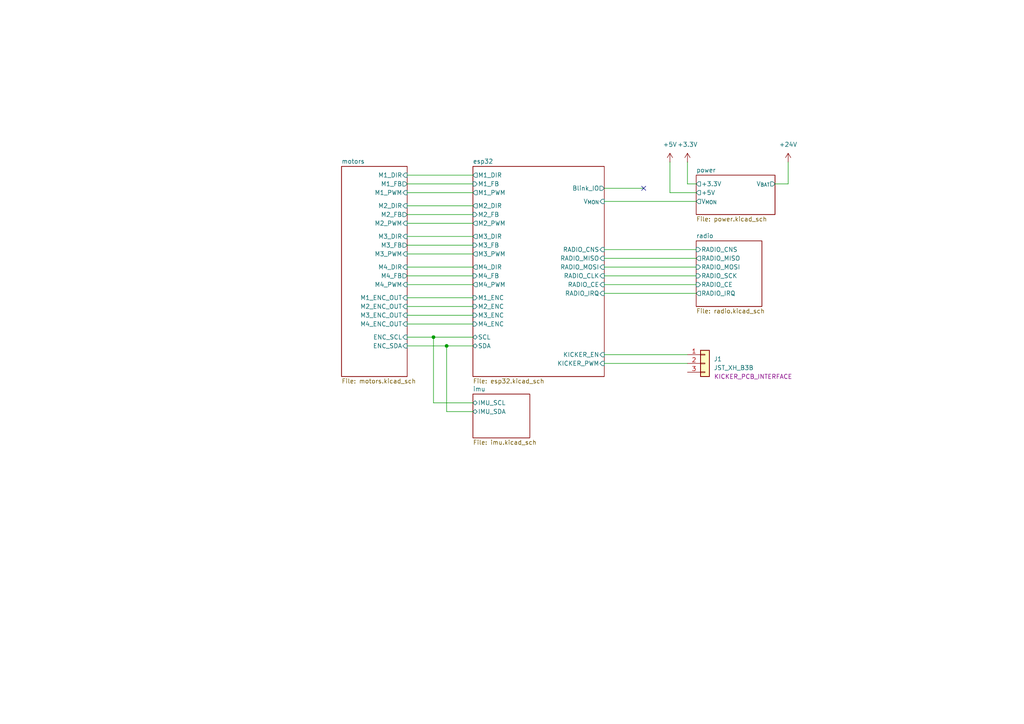
<source format=kicad_sch>
(kicad_sch (version 20250114) (generator "eeschema") (generator_version "9.0")
  (paper "A4")
  (title_block (title "SSL main board") (date "2025-04-28") (rev "V01") (comment 1 "https://creativecommons.org/licenses/by/4.0/") (comment 2 "License: CC BY 4.0 ") (comment 3 "Author: Oxebots Team"))
  (lib_symbols
    (symbol "Connector_Generic:Conn_01x03" (pin_names (offset 1.016) (hide yes))
      (property "Reference" "J" (at 0 5.08 0))
      (property "Value" "Conn_01x03" (at 0 -5.08 0))
      (symbol "Conn_01x03_1_1"
        (rectangle (start -1.27 3.81) (end 1.27 -3.81) (stroke (width 0.254)) (fill (type background)))
        (rectangle (start -1.27 2.667) (end 0 2.413) (stroke (width 0.1524)))
        (rectangle (start -1.27 0.127) (end 0 -0.127) (stroke (width 0.1524)))
        (rectangle (start -1.27 -2.413) (end 0 -2.667) (stroke (width 0.1524)))
        (pin passive line (at -5.08 2.54 0) (length 3.81) (name "Pin_1") (number "1"))
        (pin passive line (at -5.08 0 0) (length 3.81) (name "Pin_2") (number "2"))
        (pin passive line (at -5.08 -2.54 0) (length 3.81) (name "Pin_3") (number "3"))
      )
    )
    (symbol "power:+24V" (power) (pin_numbers (hide yes)) (pin_names (offset 0) (hide yes))
      (property "Value" "+24V" (at 0 3.556 0))
      (symbol "+24V_0_1"
        (polyline (pts (xy -0.762 1.27) (xy 0 2.54)))
        (polyline (pts (xy 0 2.54) (xy 0.762 1.27)))
        (polyline (pts (xy 0 0) (xy 0 2.54)))
      )
      (symbol "+24V_1_1"
        (pin power_in line (at 0 0 90) (length 0) (name "~") (number "1"))
      )
    )
    (symbol "power:+5V" (power) (pin_numbers (hide yes)) (pin_names (offset 0) (hide yes))
      (property "Value" "+5V" (at 0 3.556 0))
      (symbol "+5V_0_1"
        (polyline (pts (xy -0.762 1.27) (xy 0 2.54)))
        (polyline (pts (xy 0 2.54) (xy 0.762 1.27)))
        (polyline (pts (xy 0 0) (xy 0 2.54)))
      )
      (symbol "+5V_1_1"
        (pin power_in line (at 0 0 90) (length 0) (name "~") (number "1"))
      )
    )
  )
  (junction (at 129.54 100.33))
  (junction (at 125.73 97.79))
  (no_connect (at 186.69 54.61))
  (wire (pts (xy 201.93 53.34) (xy 199.39 53.34)))
  (wire (pts (xy 118.11 91.44) (xy 137.16 91.44)))
  (wire (pts (xy 175.26 74.93) (xy 201.93 74.93)))
  (wire (pts (xy 194.31 55.88) (xy 201.93 55.88)))
  (wire (pts (xy 118.11 73.66) (xy 137.16 73.66)))
  (wire (pts (xy 228.6 53.34) (xy 228.6 46.99)))
  (wire (pts (xy 175.26 58.42) (xy 201.93 58.42)))
  (wire (pts (xy 175.26 105.41) (xy 199.39 105.41)))
  (wire (pts (xy 118.11 62.23) (xy 137.16 62.23)))
  (wire (pts (xy 118.11 88.9) (xy 137.16 88.9)))
  (wire (pts (xy 118.11 64.77) (xy 137.16 64.77)))
  (wire (pts (xy 129.54 119.38) (xy 137.16 119.38)))
  (wire (pts (xy 118.11 97.79) (xy 125.73 97.79)))
  (wire (pts (xy 118.11 68.58) (xy 137.16 68.58)))
  (wire (pts (xy 199.39 53.34) (xy 199.39 46.99)))
  (wire (pts (xy 118.11 59.69) (xy 137.16 59.69)))
  (wire (pts (xy 175.26 82.55) (xy 201.93 82.55)))
  (wire (pts (xy 175.26 102.87) (xy 199.39 102.87)))
  (wire (pts (xy 118.11 55.88) (xy 137.16 55.88)))
  (wire (pts (xy 118.11 93.98) (xy 137.16 93.98)))
  (wire (pts (xy 125.73 97.79) (xy 137.16 97.79)))
  (wire (pts (xy 118.11 50.8) (xy 137.16 50.8)))
  (wire (pts (xy 118.11 53.34) (xy 137.16 53.34)))
  (wire (pts (xy 125.73 116.84) (xy 137.16 116.84)))
  (wire (pts (xy 118.11 77.47) (xy 137.16 77.47)))
  (wire (pts (xy 175.26 85.09) (xy 201.93 85.09)))
  (wire (pts (xy 125.73 97.79) (xy 125.73 116.84)))
  (wire (pts (xy 118.11 82.55) (xy 137.16 82.55)))
  (wire (pts (xy 118.11 86.36) (xy 137.16 86.36)))
  (wire (pts (xy 175.26 54.61) (xy 186.69 54.61)))
  (wire (pts (xy 175.26 80.01) (xy 201.93 80.01)))
  (wire (pts (xy 129.54 100.33) (xy 137.16 100.33)))
  (wire (pts (xy 118.11 71.12) (xy 137.16 71.12)))
  (wire (pts (xy 194.31 46.99) (xy 194.31 55.88)))
  (wire (pts (xy 224.79 53.34) (xy 228.6 53.34)))
  (wire (pts (xy 175.26 77.47) (xy 201.93 77.47)))
  (wire (pts (xy 118.11 80.01) (xy 137.16 80.01)))
  (wire (pts (xy 175.26 72.39) (xy 201.93 72.39)))
  (wire (pts (xy 129.54 100.33) (xy 129.54 119.38)))
  (wire (pts (xy 118.11 100.33) (xy 129.54 100.33)))
  (symbol (lib_id "Connector_Generic:Conn_01x03") (at 204.47 105.41 0) (unit 1)
    (property "Reference" "J1" (at 207.01 104.1399 0) (effects (justify left)))
    (property "Value" "JST_XH_B3B" (at 207.01 106.6799 0) (effects (justify left)))
    (property "Footprint" "Connector_JST:JST_XH_B3B-XH-A_1x03_P2.50mm_Vertical" (effects (hide yes)))
    (property "Description" "Generic connector, single row, 01x03, script generated (kicad-library-utils/schlib/autogen/connector/)" (effects (hide yes)))
    (property "Label" "KICKER_PCB_INTERFACE" (at 218.44 109.22 0))
  )
  (symbol (lib_id "power:+24V") (at 228.6 46.99 0) (unit 1)
    (property "Reference" "#PWR03" (effects (hide yes)))
    (property "Value" "+24V" (at 228.6 41.91 0))
    (property "Description" "Power symbol creates a global label with name \"+24V\"" (effects (hide yes)))
  )
  (symbol (lib_id "power:+5V") (at 199.39 46.99 0) (unit 1)
    (property "Reference" "#PWR02" (effects (hide yes)))
    (property "Value" "+3.3V" (at 199.39 41.91 0))
    (property "Description" "Power symbol creates a global label with name \"+5V\"" (effects (hide yes)))
  )
  (symbol (lib_id "power:+5V") (at 194.31 46.99 0) (unit 1)
    (property "Reference" "#PWR01" (effects (hide yes)))
    (property "Value" "+5V" (at 194.31 41.91 0))
    (property "Description" "Power symbol creates a global label with name \"+5V\"" (effects (hide yes)))
  )
  (sheet (at 99.06 48.26) (size 19.05 60.96) (stroke (width 0.1524))
    (property "Sheetname" "motors" (at 99.06 47.5484 0) (effects (justify left bottom)))
    (property "Sheetfile" "motors.kicad_sch" (at 99.06 109.8046 0) (effects (justify left top)))
    (pin "M1_DIR" input (at 118.11 50.8 0))
    (pin "M1_PWM" input (at 118.11 55.88 0))
    (pin "M2_DIR" input (at 118.11 59.69 0))
    (pin "M2_PWM" input (at 118.11 64.77 0))
    (pin "M3_DIR" input (at 118.11 68.58 0))
    (pin "M3_PWM" input (at 118.11 73.66 0))
    (pin "M4_DIR" input (at 118.11 77.47 0))
    (pin "M4_PWM" input (at 118.11 82.55 0))
    (pin "M1_FB" output (at 118.11 53.34 0))
    (pin "M2_FB" output (at 118.11 62.23 0))
    (pin "M3_FB" output (at 118.11 71.12 0))
    (pin "M4_FB" output (at 118.11 80.01 0))
    (pin "ENC_SCL" input (at 118.11 97.79 0))
    (pin "ENC_SDA" input (at 118.11 100.33 0))
    (pin "M1_ENC_OUT" input (at 118.11 86.36 0))
    (pin "M2_ENC_OUT" input (at 118.11 88.9 0))
    (pin "M3_ENC_OUT" input (at 118.11 91.44 0))
    (pin "M4_ENC_OUT" input (at 118.11 93.98 0))
  )
  (sheet (at 201.93 50.8) (size 22.86 11.43) (stroke (width 0.1524))
    (property "Sheetname" "power" (at 201.93 50.0884 0) (effects (justify left bottom)))
    (property "Sheetfile" "power.kicad_sch" (at 201.93 62.8146 0) (effects (justify left top)))
    (pin "+3.3V" output (at 201.93 53.34 180))
    (pin "+5V" output (at 201.93 55.88 180))
    (pin "V_{MON}" output (at 201.93 58.42 180))
    (pin "V_{BAT}" output (at 224.79 53.34 0))
  )
  (sheet (at 201.93 69.85) (size 19.05 19.05) (stroke (width 0.1524))
    (property "Sheetname" "radio" (at 201.93 69.1384 0) (effects (justify left bottom)))
    (property "Sheetfile" "radio.kicad_sch" (at 201.93 89.4846 0) (effects (justify left top)))
    (pin "RADIO_MISO" output (at 201.93 74.93 180))
    (pin "RADIO_MOSI" input (at 201.93 77.47 180))
    (pin "RADIO_SCK" input (at 201.93 80.01 180))
    (pin "RADIO_CE" input (at 201.93 82.55 180))
    (pin "RADIO_CNS" input (at 201.93 72.39 180))
    (pin "RADIO_IRQ" output (at 201.93 85.09 180))
  )
  (sheet (at 137.16 114.3) (size 16.51 12.7) (stroke (width 0.1524))
    (property "Sheetname" "imu" (at 137.16 113.5884 0) (effects (justify left bottom)))
    (property "Sheetfile" "imu.kicad_sch" (at 137.16 127.5846 0) (effects (justify left top)))
    (pin "IMU_SCL" bidirectional (at 137.16 116.84 180))
    (pin "IMU_SDA" bidirectional (at 137.16 119.38 180))
  )
  (sheet (at 137.16 48.26) (size 38.1 60.96) (stroke (width 0.1524))
    (property "Sheetname" "esp32" (at 137.16 47.5484 0) (effects (justify left bottom)))
    (property "Sheetfile" "esp32.kicad_sch" (at 137.16 109.8046 0) (effects (justify left top)))
    (pin "M1_DIR" output (at 137.16 50.8 180))
    (pin "M1_FB" input (at 137.16 53.34 180))
    (pin "M1_PWM" output (at 137.16 55.88 180))
    (pin "M2_DIR" output (at 137.16 59.69 180))
    (pin "M2_FB" input (at 137.16 62.23 180))
    (pin "M2_PWM" output (at 137.16 64.77 180))
    (pin "M3_DIR" output (at 137.16 68.58 180))
    (pin "M3_FB" input (at 137.16 71.12 180))
    (pin "M3_PWM" output (at 137.16 73.66 180))
    (pin "M4_DIR" output (at 137.16 77.47 180))
    (pin "M4_FB" input (at 137.16 80.01 180))
    (pin "M4_PWM" output (at 137.16 82.55 180))
    (pin "Blink_IO" output (at 175.26 54.61 0))
    (pin "KICKER_EN" input (at 175.26 102.87 0))
    (pin "KICKER_PWM" input (at 175.26 105.41 0))
    (pin "M1_ENC" input (at 137.16 86.36 180))
    (pin "M2_ENC" input (at 137.16 88.9 180))
    (pin "M3_ENC" input (at 137.16 91.44 180))
    (pin "M4_ENC" input (at 137.16 93.98 180))
    (pin "RADIO_CE" input (at 175.26 82.55 0))
    (pin "RADIO_CLK" input (at 175.26 80.01 0))
    (pin "RADIO_CNS" input (at 175.26 72.39 0))
    (pin "RADIO_MISO" input (at 175.26 74.93 0))
    (pin "RADIO_MOSI" input (at 175.26 77.47 0))
    (pin "SCL" bidirectional (at 137.16 97.79 180))
    (pin "SDA" bidirectional (at 137.16 100.33 180))
    (pin "RADIO_IRQ" input (at 175.26 85.09 0))
    (pin "V_{MON}" input (at 175.26 58.42 0))
  )
)
</source>
